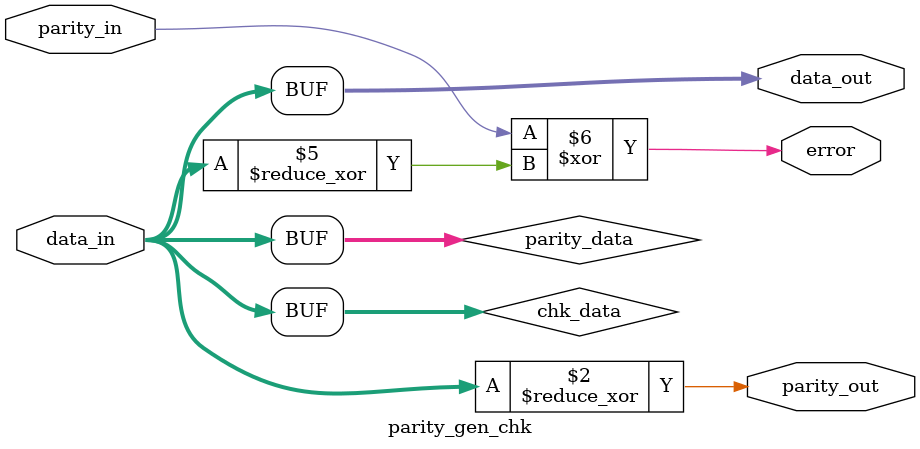
<source format=v>
module parity_gen_chk(
    input [7:0] data_in,
    input parity_in,
    output [7:0] data_out,
    output parity_out,
    output error
);

// Parity Generator
reg [7:0] parity_data;
always @* parity_data = data_in;
assign parity_out = ^parity_data;

// Parity Checker
reg [7:0] chk_data;
always @* chk_data = data_in;
always @* begin
    error = (parity_in ^ ^chk_data);
end

// Output
assign data_out = data_in;

endmodule

</source>
